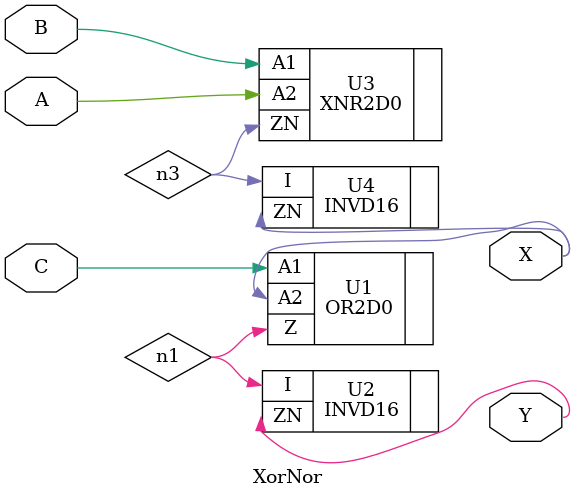
<source format=v>

module Intro_Top ( X, Y, Z, A, B, C, D );
  input A, B, C, D;
  output X, Y, Z;
  wire   qn, ab, bc, q;

initial $sdf_annotate("Intro_TopNetlist.sdf");

  AndOr InputCombo01 ( .X(ab), .Y(bc), .A(A), .B(B), .C(C) );
  SR SRLatch01 ( .Q(q), .Qn(qn), .S(bc), .R(D) );
  XorNor OutputCombo01 ( .X(X), .Y(Y), .A(ab), .B(q), .C(qn) );
  INVD16 U2 ( .I(qn), .ZN(Z) );
endmodule


module AndOr ( X, Y, A, B, C );
  input A, B, C;
  output X, Y;


  OR2D1 U1 ( .A1(C), .A2(B), .Z(Y) );
  AN2D1 U2 ( .A1(B), .A2(A), .Z(X) );
endmodule


module SR ( Q, Qn, S, R );
  input S, R;
  output Q, Qn;


  CKND2D2 U2 ( .A1(Q), .A2(R), .ZN(Qn) );
  ND2D1 U1 ( .A1(S), .A2(Qn), .ZN(Q) );
endmodule


module XorNor ( X, Y, A, B, C );
  input A, B, C;
  output X, Y;
  wire   n1, n3;

  OR2D0 U1 ( .A1(C), .A2(X), .Z(n1) );
  INVD16 U2 ( .I(n1), .ZN(Y) );
  XNR2D0 U3 ( .A1(B), .A2(A), .ZN(n3) );
  INVD16 U4 ( .I(n3), .ZN(X) );
endmodule


</source>
